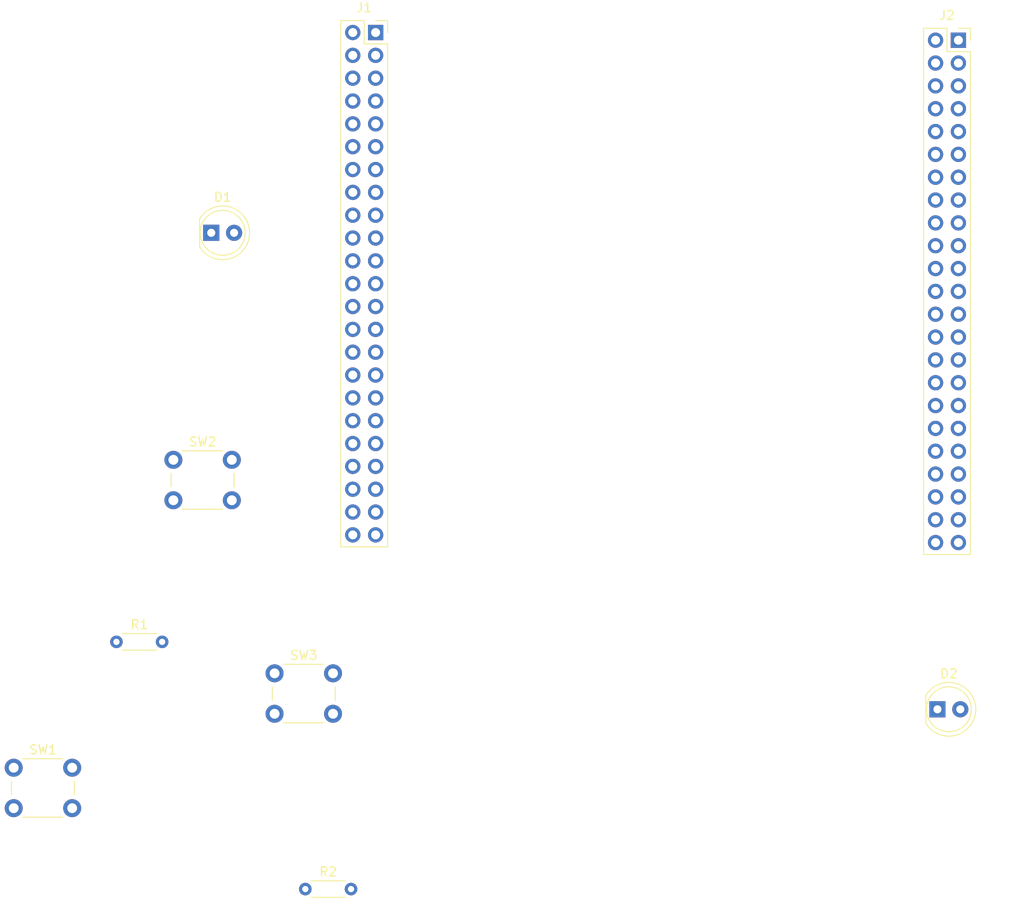
<source format=kicad_pcb>
(kicad_pcb (version 20240108) (generator "pcbnew") (generator_version "8.0")
  (layers (0 "F.Cu" signal) (31 "B.Cu" signal) (34 "B.Paste" user) (35 "F.Paste" user) (36 "B.SilkS" user "B.Silkscreen") (37 "F.SilkS" user "F.Silkscreen") (38 "B.Mask" user) (39 "F.Mask" user) (44 "Edge.Cuts" user))
  (net 0 "")
  (net 1 "/PB5")
  (net 2 "Net-(D1-A)")
  (net 3 "/PE5")
  (net 4 "Net-(D2-A)")
  (net 13 "/5V")
  (net 33 "/PA0")
  (net 59 "/PE3")
  (net 84 "/PE4")
  (net 94 "+3V3")
  (net 95 "GND")
  (footprint "Connector_PinSocket_2.54mm:PinSocket_2x23_P2.54mm_Vertical" (layer "F.Cu") (at 129.29 50.075)
    (property "Reference" "J2" (at -1.27 -2.77 0) (layer "F.SilkS"))
    (property "Value" "Conn_02x23_Odd_Even")
    (fp_line (start -3.87 -1.33) (end -3.87 57.21) (stroke (width 0.12)) (layer "F.SilkS"))
    (fp_line (start -3.87 -1.33) (end -1.27 -1.33) (stroke (width 0.12)) (layer "F.SilkS"))
    (fp_line (start -3.87 57.21) (end 1.33 57.21) (stroke (width 0.12)) (layer "F.SilkS"))
    (fp_line (start -1.27 -1.33) (end -1.27 1.27) (stroke (width 0.12)) (layer "F.SilkS"))
    (fp_line (start -1.27 1.27) (end 1.33 1.27) (stroke (width 0.12)) (layer "F.SilkS"))
    (fp_line (start 0 -1.33) (end 1.33 -1.33) (stroke (width 0.12)) (layer "F.SilkS"))
    (fp_line (start 1.33 -1.33) (end 1.33 0) (stroke (width 0.12)) (layer "F.SilkS"))
    (fp_line (start 1.33 1.27) (end 1.33 57.21) (stroke (width 0.12)) (layer "F.SilkS"))
    (pad "1" thru_hole rect (at 0 0) (size 1.7 1.7) (drill 1) (layers "*.Cu" "*.Mask"))
    (pad "2" thru_hole oval (at -2.54 0) (size 1.7 1.7) (drill 1) (layers "*.Cu" "*.Mask") (net 13 "/5V"))
    (pad "3" thru_hole oval (at 0 2.54) (size 1.7 1.7) (drill 1) (layers "*.Cu" "*.Mask"))
    (pad "4" thru_hole oval (at -2.54 2.54) (size 1.7 1.7) (drill 1) (layers "*.Cu" "*.Mask"))
    (pad "5" thru_hole oval (at 0 5.08) (size 1.7 1.7) (drill 1) (layers "*.Cu" "*.Mask"))
    (pad "6" thru_hole oval (at -2.54 5.08) (size 1.7 1.7) (drill 1) (layers "*.Cu" "*.Mask"))
    (pad "7" thru_hole oval (at 0 7.62) (size 1.7 1.7) (drill 1) (layers "*.Cu" "*.Mask"))
    (pad "8" thru_hole oval (at -2.54 7.62) (size 1.7 1.7) (drill 1) (layers "*.Cu" "*.Mask"))
    (pad "9" thru_hole oval (at 0 10.16) (size 1.7 1.7) (drill 1) (layers "*.Cu" "*.Mask"))
    (pad "10" thru_hole oval (at -2.54 10.16) (size 1.7 1.7) (drill 1) (layers "*.Cu" "*.Mask"))
    (pad "11" thru_hole oval (at 0 12.7) (size 1.7 1.7) (drill 1) (layers "*.Cu" "*.Mask"))
    (pad "12" thru_hole oval (at -2.54 12.7) (size 1.7 1.7) (drill 1) (layers "*.Cu" "*.Mask"))
    (pad "13" thru_hole oval (at 0 15.24) (size 1.7 1.7) (drill 1) (layers "*.Cu" "*.Mask"))
    (pad "14" thru_hole oval (at -2.54 15.24) (size 1.7 1.7) (drill 1) (layers "*.Cu" "*.Mask"))
    (pad "15" thru_hole oval (at 0 17.78) (size 1.7 1.7) (drill 1) (layers "*.Cu" "*.Mask"))
    (pad "16" thru_hole oval (at -2.54 17.78) (size 1.7 1.7) (drill 1) (layers "*.Cu" "*.Mask"))
    (pad "17" thru_hole oval (at 0 20.32) (size 1.7 1.7) (drill 1) (layers "*.Cu" "*.Mask"))
    (pad "18" thru_hole oval (at -2.54 20.32) (size 1.7 1.7) (drill 1) (layers "*.Cu" "*.Mask"))
    (pad "19" thru_hole oval (at 0 22.86) (size 1.7 1.7) (drill 1) (layers "*.Cu" "*.Mask"))
    (pad "20" thru_hole oval (at -2.54 22.86) (size 1.7 1.7) (drill 1) (layers "*.Cu" "*.Mask"))
    (pad "21" thru_hole oval (at 0 25.4) (size 1.7 1.7) (drill 1) (layers "*.Cu" "*.Mask"))
    (pad "22" thru_hole oval (at -2.54 25.4) (size 1.7 1.7) (drill 1) (layers "*.Cu" "*.Mask"))
    (pad "23" thru_hole oval (at 0 27.94) (size 1.7 1.7) (drill 1) (layers "*.Cu" "*.Mask"))
    (pad "24" thru_hole oval (at -2.54 27.94) (size 1.7 1.7) (drill 1) (layers "*.Cu" "*.Mask"))
    (pad "25" thru_hole oval (at 0 30.48) (size 1.7 1.7) (drill 1) (layers "*.Cu" "*.Mask"))
    (pad "26" thru_hole oval (at -2.54 30.48) (size 1.7 1.7) (drill 1) (layers "*.Cu" "*.Mask"))
    (pad "27" thru_hole oval (at 0 33.02) (size 1.7 1.7) (drill 1) (layers "*.Cu" "*.Mask"))
    (pad "28" thru_hole oval (at -2.54 33.02) (size 1.7 1.7) (drill 1) (layers "*.Cu" "*.Mask"))
    (pad "29" thru_hole oval (at 0 35.56) (size 1.7 1.7) (drill 1) (layers "*.Cu" "*.Mask"))
    (pad "30" thru_hole oval (at -2.54 35.56) (size 1.7 1.7) (drill 1) (layers "*.Cu" "*.Mask"))
    (pad "31" thru_hole oval (at 0 38.1) (size 1.7 1.7) (drill 1) (layers "*.Cu" "*.Mask"))
    (pad "32" thru_hole oval (at -2.54 38.1) (size 1.7 1.7) (drill 1) (layers "*.Cu" "*.Mask") (net 1 "/PB5"))
    (pad "33" thru_hole oval (at 0 40.64) (size 1.7 1.7) (drill 1) (layers "*.Cu" "*.Mask"))
    (pad "34" thru_hole oval (at -2.54 40.64) (size 1.7 1.7) (drill 1) (layers "*.Cu" "*.Mask"))
    (pad "35" thru_hole oval (at 0 43.18) (size 1.7 1.7) (drill 1) (layers "*.Cu" "*.Mask"))
    (pad "36" thru_hole oval (at -2.54 43.18) (size 1.7 1.7) (drill 1) (layers "*.Cu" "*.Mask"))
    (pad "37" thru_hole oval (at 0 45.72) (size 1.7 1.7) (drill 1) (layers "*.Cu" "*.Mask"))
    (pad "38" thru_hole oval (at -2.54 45.72) (size 1.7 1.7) (drill 1) (layers "*.Cu" "*.Mask"))
    (pad "39" thru_hole oval (at 0 48.26) (size 1.7 1.7) (drill 1) (layers "*.Cu" "*.Mask"))
    (pad "40" thru_hole oval (at -2.54 48.26) (size 1.7 1.7) (drill 1) (layers "*.Cu" "*.Mask"))
    (pad "41" thru_hole oval (at 0 50.8) (size 1.7 1.7) (drill 1) (layers "*.Cu" "*.Mask"))
    (pad "42" thru_hole oval (at -2.54 50.8) (size 1.7 1.7) (drill 1) (layers "*.Cu" "*.Mask") (net 59 "/PE3"))
    (pad "43" thru_hole oval (at 0 53.34) (size 1.7 1.7) (drill 1) (layers "*.Cu" "*.Mask") (net 84 "/PE4"))
    (pad "44" thru_hole oval (at -2.54 53.34) (size 1.7 1.7) (drill 1) (layers "*.Cu" "*.Mask") (net 3 "/PE5"))
    (pad "45" thru_hole oval (at 0 55.88) (size 1.7 1.7) (drill 1) (layers "*.Cu" "*.Mask"))
    (pad "46" thru_hole oval (at -2.54 55.88) (size 1.7 1.7) (drill 1) (layers "*.Cu" "*.Mask"))
  )
  (footprint "Button_Switch_THT:SW_PUSH_6mm" (layer "F.Cu") (at 53.265 120.5)
    (property "Reference" "SW3" (at 3.25 -2 0) (layer "F.SilkS"))
    (property "Value" "KEY1")
    (fp_line (start -0.25 1.5) (end -0.25 3) (stroke (width 0.12)) (layer "F.SilkS"))
    (fp_line (start 1 5.5) (end 5.5 5.5) (stroke (width 0.12)) (layer "F.SilkS"))
    (fp_line (start 5.5 -1) (end 1 -1) (stroke (width 0.12)) (layer "F.SilkS"))
    (fp_line (start 6.75 3) (end 6.75 1.5) (stroke (width 0.12)) (layer "F.SilkS"))
    (pad "1" thru_hole circle (at 0 0 90) (size 2 2) (drill 1.1) (layers "*.Cu" "*.Mask") (net 59 "/PE3"))
    (pad "1" thru_hole circle (at 6.5 0 90) (size 2 2) (drill 1.1) (layers "*.Cu" "*.Mask") (net 59 "/PE3"))
    (pad "2" thru_hole circle (at 0 4.5 90) (size 2 2) (drill 1.1) (layers "*.Cu" "*.Mask") (net 95 "GND"))
    (pad "2" thru_hole circle (at 6.5 4.5 90) (size 2 2) (drill 1.1) (layers "*.Cu" "*.Mask") (net 95 "GND"))
  )
  (footprint "LED_THT:LED_D5.0mm" (layer "F.Cu") (at 46.225 71.5)
    (property "Reference" "D1" (at 1.27 -3.96 0) (layer "F.SilkS"))
    (property "Value" "LED0")
    (fp_line (start -1.29 -1.545) (end -1.29 1.545) (stroke (width 0.12)) (layer "F.SilkS"))
    (fp_arc (start -1.29 -1.54483) (mid 2.072002 -2.880433) (end 4.26 0.000462) (stroke (width 0.12)) (layer "F.SilkS"))
    (fp_arc (start 4.26 -0.000462) (mid 2.072002 2.880433) (end -1.29 1.54483) (stroke (width 0.12)) (layer "F.SilkS"))
    (fp_circle (center 1.27 0) (end 3.77 0) (stroke (width 0.12)) (fill none) (layer "F.SilkS"))
    (pad "1" thru_hole rect (at 0 0) (size 1.8 1.8) (drill 0.9) (layers "*.Cu" "*.Mask") (net 1 "/PB5"))
    (pad "2" thru_hole circle (at 2.54 0) (size 1.8 1.8) (drill 0.9) (layers "*.Cu" "*.Mask") (net 2 "Net-(D1-A)"))
  )
  (footprint "Connector_PinSocket_2.54mm:PinSocket_2x23_P2.54mm_Vertical" (layer "F.Cu") (at 64.5 49.22)
    (property "Reference" "J1" (at -1.27 -2.77 0) (layer "F.SilkS"))
    (property "Value" "Conn_02x23_Odd_Even")
    (fp_line (start -3.87 -1.33) (end -3.87 57.21) (stroke (width 0.12)) (layer "F.SilkS"))
    (fp_line (start -3.87 -1.33) (end -1.27 -1.33) (stroke (width 0.12)) (layer "F.SilkS"))
    (fp_line (start -3.87 57.21) (end 1.33 57.21) (stroke (width 0.12)) (layer "F.SilkS"))
    (fp_line (start -1.27 -1.33) (end -1.27 1.27) (stroke (width 0.12)) (layer "F.SilkS"))
    (fp_line (start -1.27 1.27) (end 1.33 1.27) (stroke (width 0.12)) (layer "F.SilkS"))
    (fp_line (start 0 -1.33) (end 1.33 -1.33) (stroke (width 0.12)) (layer "F.SilkS"))
    (fp_line (start 1.33 -1.33) (end 1.33 0) (stroke (width 0.12)) (layer "F.SilkS"))
    (fp_line (start 1.33 1.27) (end 1.33 57.21) (stroke (width 0.12)) (layer "F.SilkS"))
    (pad "1" thru_hole rect (at 0 0) (size 1.7 1.7) (drill 1) (layers "*.Cu" "*.Mask") (net 13 "/5V"))
    (pad "2" thru_hole oval (at -2.54 0) (size 1.7 1.7) (drill 1) (layers "*.Cu" "*.Mask"))
    (pad "3" thru_hole oval (at 0 2.54) (size 1.7 1.7) (drill 1) (layers "*.Cu" "*.Mask"))
    (pad "4" thru_hole oval (at -2.54 2.54) (size 1.7 1.7) (drill 1) (layers "*.Cu" "*.Mask"))
    (pad "5" thru_hole oval (at 0 5.08) (size 1.7 1.7) (drill 1) (layers "*.Cu" "*.Mask"))
    (pad "6" thru_hole oval (at -2.54 5.08) (size 1.7 1.7) (drill 1) (layers "*.Cu" "*.Mask"))
    (pad "7" thru_hole oval (at 0 7.62) (size 1.7 1.7) (drill 1) (layers "*.Cu" "*.Mask"))
    (pad "8" thru_hole oval (at -2.54 7.62) (size 1.7 1.7) (drill 1) (layers "*.Cu" "*.Mask"))
    (pad "9" thru_hole oval (at 0 10.16) (size 1.7 1.7) (drill 1) (layers "*.Cu" "*.Mask"))
    (pad "10" thru_hole oval (at -2.54 10.16) (size 1.7 1.7) (drill 1) (layers "*.Cu" "*.Mask"))
    (pad "11" thru_hole oval (at 0 12.7) (size 1.7 1.7) (drill 1) (layers "*.Cu" "*.Mask"))
    (pad "12" thru_hole oval (at -2.54 12.7) (size 1.7 1.7) (drill 1) (layers "*.Cu" "*.Mask"))
    (pad "13" thru_hole oval (at 0 15.24) (size 1.7 1.7) (drill 1) (layers "*.Cu" "*.Mask"))
    (pad "14" thru_hole oval (at -2.54 15.24) (size 1.7 1.7) (drill 1) (layers "*.Cu" "*.Mask"))
    (pad "15" thru_hole oval (at 0 17.78) (size 1.7 1.7) (drill 1) (layers "*.Cu" "*.Mask"))
    (pad "16" thru_hole oval (at -2.54 17.78) (size 1.7 1.7) (drill 1) (layers "*.Cu" "*.Mask"))
    (pad "17" thru_hole oval (at 0 20.32) (size 1.7 1.7) (drill 1) (layers "*.Cu" "*.Mask"))
    (pad "18" thru_hole oval (at -2.54 20.32) (size 1.7 1.7) (drill 1) (layers "*.Cu" "*.Mask"))
    (pad "19" thru_hole oval (at 0 22.86) (size 1.7 1.7) (drill 1) (layers "*.Cu" "*.Mask"))
    (pad "20" thru_hole oval (at -2.54 22.86) (size 1.7 1.7) (drill 1) (layers "*.Cu" "*.Mask"))
    (pad "21" thru_hole oval (at 0 25.4) (size 1.7 1.7) (drill 1) (layers "*.Cu" "*.Mask"))
    (pad "22" thru_hole oval (at -2.54 25.4) (size 1.7 1.7) (drill 1) (layers "*.Cu" "*.Mask"))
    (pad "23" thru_hole oval (at 0 27.94) (size 1.7 1.7) (drill 1) (layers "*.Cu" "*.Mask"))
    (pad "24" thru_hole oval (at -2.54 27.94) (size 1.7 1.7) (drill 1) (layers "*.Cu" "*.Mask"))
    (pad "25" thru_hole oval (at 0 30.48) (size 1.7 1.7) (drill 1) (layers "*.Cu" "*.Mask"))
    (pad "26" thru_hole oval (at -2.54 30.48) (size 1.7 1.7) (drill 1) (layers "*.Cu" "*.Mask"))
    (pad "27" thru_hole oval (at 0 33.02) (size 1.7 1.7) (drill 1) (layers "*.Cu" "*.Mask"))
    (pad "28" thru_hole oval (at -2.54 33.02) (size 1.7 1.7) (drill 1) (layers "*.Cu" "*.Mask"))
    (pad "29" thru_hole oval (at 0 35.56) (size 1.7 1.7) (drill 1) (layers "*.Cu" "*.Mask"))
    (pad "30" thru_hole oval (at -2.54 35.56) (size 1.7 1.7) (drill 1) (layers "*.Cu" "*.Mask"))
    (pad "31" thru_hole oval (at 0 38.1) (size 1.7 1.7) (drill 1) (layers "*.Cu" "*.Mask"))
    (pad "32" thru_hole oval (at -2.54 38.1) (size 1.7 1.7) (drill 1) (layers "*.Cu" "*.Mask"))
    (pad "33" thru_hole oval (at 0 40.64) (size 1.7 1.7) (drill 1) (layers "*.Cu" "*.Mask"))
    (pad "34" thru_hole oval (at -2.54 40.64) (size 1.7 1.7) (drill 1) (layers "*.Cu" "*.Mask"))
    (pad "35" thru_hole oval (at 0 43.18) (size 1.7 1.7) (drill 1) (layers "*.Cu" "*.Mask"))
    (pad "36" thru_hole oval (at -2.54 43.18) (size 1.7 1.7) (drill 1) (layers "*.Cu" "*.Mask"))
    (pad "37" thru_hole oval (at 0 45.72) (size 1.7 1.7) (drill 1) (layers "*.Cu" "*.Mask"))
    (pad "38" thru_hole oval (at -2.54 45.72) (size 1.7 1.7) (drill 1) (layers "*.Cu" "*.Mask"))
    (pad "39" thru_hole oval (at 0 48.26) (size 1.7 1.7) (drill 1) (layers "*.Cu" "*.Mask") (net 33 "/PA0"))
    (pad "40" thru_hole oval (at -2.54 48.26) (size 1.7 1.7) (drill 1) (layers "*.Cu" "*.Mask"))
    (pad "41" thru_hole oval (at 0 50.8) (size 1.7 1.7) (drill 1) (layers "*.Cu" "*.Mask"))
    (pad "42" thru_hole oval (at -2.54 50.8) (size 1.7 1.7) (drill 1) (layers "*.Cu" "*.Mask"))
    (pad "43" thru_hole oval (at 0 53.34) (size 1.7 1.7) (drill 1) (layers "*.Cu" "*.Mask"))
    (pad "44" thru_hole oval (at -2.54 53.34) (size 1.7 1.7) (drill 1) (layers "*.Cu" "*.Mask"))
    (pad "45" thru_hole oval (at 0 55.88) (size 1.7 1.7) (drill 1) (layers "*.Cu" "*.Mask"))
    (pad "46" thru_hole oval (at -2.54 55.88) (size 1.7 1.7) (drill 1) (layers "*.Cu" "*.Mask"))
  )
  (footprint "Resistor_THT:R_Axial_DIN0204_L3.6mm_D1.6mm_P5.08mm_Horizontal" (layer "F.Cu") (at 56.685 144.5)
    (property "Reference" "R2" (at 2.54 -1.92 0) (layer "F.SilkS"))
    (property "Value" "1k")
    (fp_line (start 0.62 -0.92) (end 4.46 -0.92) (stroke (width 0.12)) (layer "F.SilkS"))
    (fp_line (start 0.62 0.92) (end 4.46 0.92) (stroke (width 0.12)) (layer "F.SilkS"))
    (pad "1" thru_hole circle (at 0 0) (size 1.4 1.4) (drill 0.7) (layers "*.Cu" "*.Mask") (net 4 "Net-(D2-A)"))
    (pad "2" thru_hole oval (at 5.08 0) (size 1.4 1.4) (drill 0.7) (layers "*.Cu" "*.Mask") (net 94 "+3V3"))
  )
  (footprint "Resistor_THT:R_Axial_DIN0204_L3.6mm_D1.6mm_P5.08mm_Horizontal" (layer "F.Cu") (at 35.685 117)
    (property "Reference" "R1" (at 2.54 -1.92 0) (layer "F.SilkS"))
    (property "Value" "1k")
    (fp_line (start 0.62 -0.92) (end 4.46 -0.92) (stroke (width 0.12)) (layer "F.SilkS"))
    (fp_line (start 0.62 0.92) (end 4.46 0.92) (stroke (width 0.12)) (layer "F.SilkS"))
    (pad "1" thru_hole circle (at 0 0) (size 1.4 1.4) (drill 0.7) (layers "*.Cu" "*.Mask") (net 2 "Net-(D1-A)"))
    (pad "2" thru_hole oval (at 5.08 0) (size 1.4 1.4) (drill 0.7) (layers "*.Cu" "*.Mask") (net 94 "+3V3"))
  )
  (footprint "LED_THT:LED_D5.0mm" (layer "F.Cu") (at 126.96 124.5)
    (property "Reference" "D2" (at 1.27 -3.96 0) (layer "F.SilkS"))
    (property "Value" "LED1")
    (fp_line (start -1.29 -1.545) (end -1.29 1.545) (stroke (width 0.12)) (layer "F.SilkS"))
    (fp_arc (start -1.29 -1.54483) (mid 2.072002 -2.880433) (end 4.26 0.000462) (stroke (width 0.12)) (layer "F.SilkS"))
    (fp_arc (start 4.26 -0.000462) (mid 2.072002 2.880433) (end -1.29 1.54483) (stroke (width 0.12)) (layer "F.SilkS"))
    (fp_circle (center 1.27 0) (end 3.77 0) (stroke (width 0.12)) (fill none) (layer "F.SilkS"))
    (pad "1" thru_hole rect (at 0 0) (size 1.8 1.8) (drill 0.9) (layers "*.Cu" "*.Mask") (net 3 "/PE5"))
    (pad "2" thru_hole circle (at 2.54 0) (size 1.8 1.8) (drill 0.9) (layers "*.Cu" "*.Mask") (net 4 "Net-(D2-A)"))
  )
  (footprint "Button_Switch_THT:SW_PUSH_6mm" (layer "F.Cu") (at 42.015 96.75)
    (property "Reference" "SW2" (at 3.25 -2 0) (layer "F.SilkS"))
    (property "Value" "KEY0")
    (fp_line (start -0.25 1.5) (end -0.25 3) (stroke (width 0.12)) (layer "F.SilkS"))
    (fp_line (start 1 5.5) (end 5.5 5.5) (stroke (width 0.12)) (layer "F.SilkS"))
    (fp_line (start 5.5 -1) (end 1 -1) (stroke (width 0.12)) (layer "F.SilkS"))
    (fp_line (start 6.75 3) (end 6.75 1.5) (stroke (width 0.12)) (layer "F.SilkS"))
    (pad "1" thru_hole circle (at 0 0 90) (size 2 2) (drill 1.1) (layers "*.Cu" "*.Mask") (net 84 "/PE4"))
    (pad "1" thru_hole circle (at 6.5 0 90) (size 2 2) (drill 1.1) (layers "*.Cu" "*.Mask") (net 84 "/PE4"))
    (pad "2" thru_hole circle (at 0 4.5 90) (size 2 2) (drill 1.1) (layers "*.Cu" "*.Mask") (net 95 "GND"))
    (pad "2" thru_hole circle (at 6.5 4.5 90) (size 2 2) (drill 1.1) (layers "*.Cu" "*.Mask") (net 95 "GND"))
  )
  (footprint "Button_Switch_THT:SW_PUSH_6mm" (layer "F.Cu") (at 24.265 131)
    (property "Reference" "SW1" (at 3.25 -2 0) (layer "F.SilkS"))
    (property "Value" "KEY_UP")
    (fp_line (start -0.25 1.5) (end -0.25 3) (stroke (width 0.12)) (layer "F.SilkS"))
    (fp_line (start 1 5.5) (end 5.5 5.5) (stroke (width 0.12)) (layer "F.SilkS"))
    (fp_line (start 5.5 -1) (end 1 -1) (stroke (width 0.12)) (layer "F.SilkS"))
    (fp_line (start 6.75 3) (end 6.75 1.5) (stroke (width 0.12)) (layer "F.SilkS"))
    (pad "1" thru_hole circle (at 0 0 90) (size 2 2) (drill 1.1) (layers "*.Cu" "*.Mask") (net 33 "/PA0"))
    (pad "1" thru_hole circle (at 6.5 0 90) (size 2 2) (drill 1.1) (layers "*.Cu" "*.Mask") (net 33 "/PA0"))
    (pad "2" thru_hole circle (at 0 4.5 90) (size 2 2) (drill 1.1) (layers "*.Cu" "*.Mask") (net 94 "+3V3"))
    (pad "2" thru_hole circle (at 6.5 4.5 90) (size 2 2) (drill 1.1) (layers "*.Cu" "*.Mask") (net 94 "+3V3"))
  )
)
</source>
